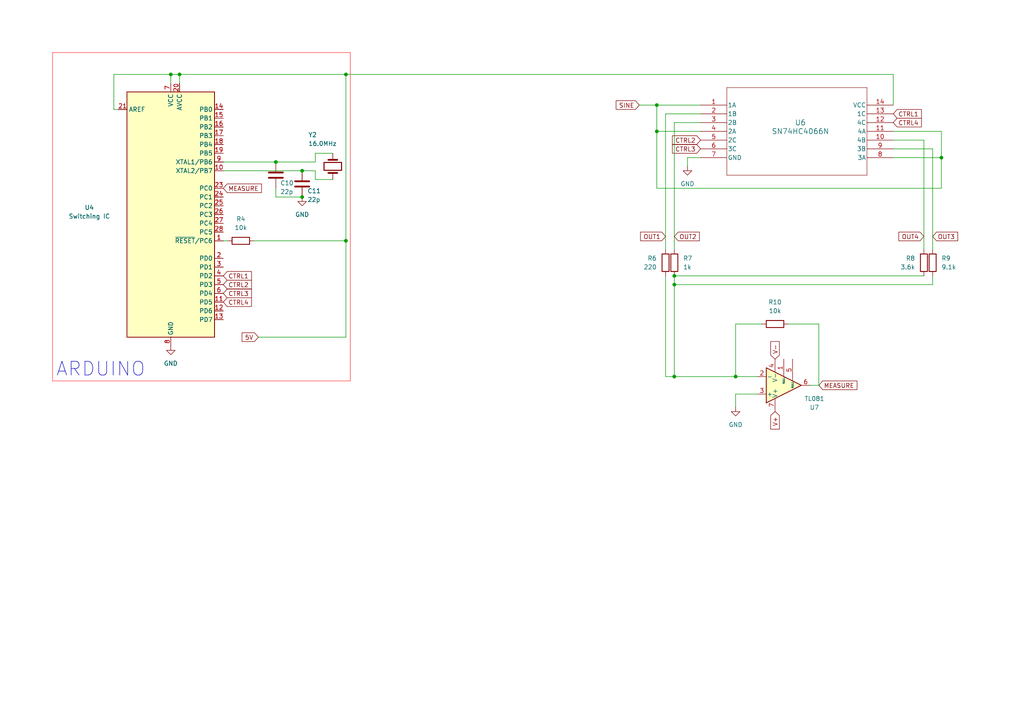
<source format=kicad_sch>
(kicad_sch (version 20250114) (generator "eeschema") (generator_version "9.0")
  (paper "A4")
  (title_block (title "Measurement & Switching") (date "2025-09-13") (rev "1"))
  (lib_symbols
    (symbol "Amplifier_Operational:TL081" (pin_names (offset 0.127))
      (property "Reference" "U" (at 0 6.35 0))
      (property "Value" "TL081" (at 0 3.81 0))
      (symbol "TL081_0_1"
        (polyline (pts (xy -5.08 5.08) (xy 5.08 0) (xy -5.08 -5.08) (xy -5.08 5.08)) (stroke (width 0.254)) (fill (type background)))
      )
      (symbol "TL081_1_1"
        (pin input line (at -7.62 2.54 0) (length 2.54) (name "+") (number "3"))
        (pin input line (at -7.62 -2.54 0) (length 2.54) (name "-") (number "2"))
        (pin power_in line (at -2.54 7.62 270) (length 3.81) (name "V+") (number "7"))
        (pin power_in line (at -2.54 -7.62 90) (length 3.81) (name "V-") (number "4"))
        (pin no_connect line (at 0 2.54 270) (length 2.54) (hide yes) (name "NC") (number "8"))
        (pin input line (at 0 -7.62 90) (length 5.08) (name "NULL") (number "1"))
        (pin input line (at 2.54 -7.62 90) (length 6.35) (name "NULL") (number "5"))
        (pin output line (at 7.62 0 180) (length 2.54) (name "~") (number "6"))
      )
    )
    (symbol "Device:C" (pin_numbers (hide yes)) (pin_names (offset 0.254))
      (property "Reference" "C" (at 0.635 2.54 0))
      (property "Value" "C" (at 0.635 -2.54 0))
      (symbol "C_0_1"
        (polyline (pts (xy -2.032 0.762) (xy 2.032 0.762)) (stroke (width 0.508)))
        (polyline (pts (xy -2.032 -0.762) (xy 2.032 -0.762)) (stroke (width 0.508)))
      )
      (symbol "C_1_1"
        (pin passive line (at 0 3.81 270) (length 2.794) (name "~") (number "1"))
        (pin passive line (at 0 -3.81 90) (length 2.794) (name "~") (number "2"))
      )
    )
    (symbol "Device:Crystal" (pin_numbers (hide yes)) (pin_names (offset 1.016) (hide yes))
      (property "Reference" "Y" (at 0 3.81 0))
      (property "Value" "Crystal" (at 0 -3.81 0))
      (symbol "Crystal_0_1"
        (polyline (pts (xy -2.54 0) (xy -1.905 0)))
        (polyline (pts (xy -1.905 -1.27) (xy -1.905 1.27)) (stroke (width 0.508)))
        (rectangle (start -1.143 2.54) (end 1.143 -2.54) (stroke (width 0.3048)))
        (polyline (pts (xy 1.905 -1.27) (xy 1.905 1.27)) (stroke (width 0.508)))
        (polyline (pts (xy 2.54 0) (xy 1.905 0)))
      )
      (symbol "Crystal_1_1"
        (pin passive line (at -3.81 0 0) (length 1.27) (name "1") (number "1"))
        (pin passive line (at 3.81 0 180) (length 1.27) (name "2") (number "2"))
      )
    )
    (symbol "Device:R" (pin_numbers (hide yes)) (pin_names (offset 0))
      (property "Reference" "R" (at 2.032 0 90))
      (property "Value" "R" (at 0 0 90))
      (symbol "R_0_1"
        (rectangle (start -1.016 -2.54) (end 1.016 2.54) (stroke (width 0.254)))
      )
      (symbol "R_1_1"
        (pin passive line (at 0 3.81 270) (length 1.27) (name "~") (number "1"))
        (pin passive line (at 0 -3.81 90) (length 1.27) (name "~") (number "2"))
      )
    )
    (symbol "MCU_Microchip_ATmega:ATmega328P-P"
      (property "Reference" "U" (at -12.7 36.83 0))
      (property "Value" "ATmega328P-P" (at 2.54 -36.83 0))
      (symbol "ATmega328P-P_0_1"
        (rectangle (start -12.7 -35.56) (end 12.7 35.56) (stroke (width 0.254)) (fill (type background)))
      )
      (symbol "ATmega328P-P_1_1"
        (pin passive line (at -15.24 30.48 0) (length 2.54) (name "AREF") (number "21"))
        (pin power_in line (at 0 38.1 270) (length 2.54) (name "VCC") (number "7"))
        (pin passive line (at 0 -38.1 90) (length 2.54) (hide yes) (name "GND") (number "22"))
        (pin power_in line (at 0 -38.1 90) (length 2.54) (name "GND") (number "8"))
        (pin power_in line (at 2.54 38.1 270) (length 2.54) (name "AVCC") (number "20"))
        (pin bidirectional line (at 15.24 30.48 180) (length 2.54) (name "PB0") (number "14"))
        (pin bidirectional line (at 15.24 27.94 180) (length 2.54) (name "PB1") (number "15"))
        (pin bidirectional line (at 15.24 25.4 180) (length 2.54) (name "PB2") (number "16"))
        (pin bidirectional line (at 15.24 22.86 180) (length 2.54) (name "PB3") (number "17"))
        (pin bidirectional line (at 15.24 20.32 180) (length 2.54) (name "PB4") (number "18"))
        (pin bidirectional line (at 15.24 17.78 180) (length 2.54) (name "PB5") (number "19"))
        (pin bidirectional line (at 15.24 15.24 180) (length 2.54) (name "XTAL1/PB6") (number "9"))
        (pin bidirectional line (at 15.24 12.7 180) (length 2.54) (name "XTAL2/PB7") (number "10"))
        (pin bidirectional line (at 15.24 7.62 180) (length 2.54) (name "PC0") (number "23"))
        (pin bidirectional line (at 15.24 5.08 180) (length 2.54) (name "PC1") (number "24"))
        (pin bidirectional line (at 15.24 2.54 180) (length 2.54) (name "PC2") (number "25"))
        (pin bidirectional line (at 15.24 0 180) (length 2.54) (name "PC3") (number "26"))
        (pin bidirectional line (at 15.24 -2.54 180) (length 2.54) (name "PC4") (number "27"))
        (pin bidirectional line (at 15.24 -5.08 180) (length 2.54) (name "PC5") (number "28"))
        (pin bidirectional line (at 15.24 -7.62 180) (length 2.54) (name "~{RESET}/PC6") (number "1"))
        (pin bidirectional line (at 15.24 -12.7 180) (length 2.54) (name "PD0") (number "2"))
        (pin bidirectional line (at 15.24 -15.24 180) (length 2.54) (name "PD1") (number "3"))
        (pin bidirectional line (at 15.24 -17.78 180) (length 2.54) (name "PD2") (number "4"))
        (pin bidirectional line (at 15.24 -20.32 180) (length 2.54) (name "PD3") (number "5"))
        (pin bidirectional line (at 15.24 -22.86 180) (length 2.54) (name "PD4") (number "6"))
        (pin bidirectional line (at 15.24 -25.4 180) (length 2.54) (name "PD5") (number "11"))
        (pin bidirectional line (at 15.24 -27.94 180) (length 2.54) (name "PD6") (number "12"))
        (pin bidirectional line (at 15.24 -30.48 180) (length 2.54) (name "PD7") (number "13"))
      )
    )
    (symbol "SN74HC4066N:SN74HC4066N" (pin_names (offset 0.254))
      (property "Reference" "U" (at 27.94 10.16 0))
      (property "Value" "SN74HC4066N" (at 27.94 7.62 0))
      (symbol "SN74HC4066N_0_1"
        (polyline (pts (xy 7.62 5.08) (xy 7.62 -20.32)) (stroke (width 0.127)))
        (polyline (pts (xy 7.62 -20.32) (xy 48.26 -20.32)) (stroke (width 0.127)))
        (polyline (pts (xy 48.26 5.08) (xy 7.62 5.08)) (stroke (width 0.127)))
        (polyline (pts (xy 48.26 -20.32) (xy 48.26 5.08)) (stroke (width 0.127)))
        (pin input line (at 0 0 0) (length 7.62) (name "1A") (number "1"))
        (pin input line (at 0 -2.54 0) (length 7.62) (name "1B") (number "2"))
        (pin input line (at 0 -5.08 0) (length 7.62) (name "2B") (number "3"))
        (pin input line (at 0 -7.62 0) (length 7.62) (name "2A") (number "4"))
        (pin input line (at 0 -10.16 0) (length 7.62) (name "2C") (number "5"))
        (pin input line (at 0 -12.7 0) (length 7.62) (name "3C") (number "6"))
        (pin power_in line (at 0 -15.24 0) (length 7.62) (name "GND") (number "7"))
        (pin power_in line (at 55.88 0 180) (length 7.62) (name "VCC") (number "14"))
        (pin input line (at 55.88 -2.54 180) (length 7.62) (name "1C") (number "13"))
        (pin input line (at 55.88 -5.08 180) (length 7.62) (name "4C") (number "12"))
        (pin input line (at 55.88 -7.62 180) (length 7.62) (name "4A") (number "11"))
        (pin input line (at 55.88 -10.16 180) (length 7.62) (name "4B") (number "10"))
        (pin input line (at 55.88 -12.7 180) (length 7.62) (name "3B") (number "9"))
        (pin input line (at 55.88 -15.24 180) (length 7.62) (name "3A") (number "8"))
      )
    )
    (symbol "power:GND" (power) (pin_numbers (hide yes)) (pin_names (offset 0) (hide yes))
      (property "Value" "GND" (at 0 -3.81 0))
      (symbol "GND_0_1"
        (polyline (pts (xy 0 0) (xy 0 -1.27) (xy 1.27 -1.27) (xy 0 -2.54) (xy -1.27 -1.27) (xy 0 -1.27)))
      )
      (symbol "GND_1_1"
        (pin power_in line (at 0 0 270) (length 0) (name "~") (number "1"))
      )
    )
  )
  (rectangle (start 15.24 15.24) (end 101.6 110.49) (stroke (width 0) (color 255 50 52 1)) (fill (type color)))
  (text "ARDUINO" (at 29.21 107.188 0) (effects (font (size 4 4))))
  (junction (at 195.58 82.55))
  (junction (at 190.5 38.1))
  (junction (at 195.58 109.22))
  (junction (at 195.58 80.01))
  (junction (at 100.33 69.85))
  (junction (at 80.01 46.99))
  (junction (at 87.63 57.15))
  (junction (at 100.33 21.59))
  (junction (at 273.05 45.72))
  (junction (at 87.63 49.53))
  (junction (at 52.07 21.59))
  (junction (at 49.53 21.59))
  (junction (at 213.36 109.22))
  (junction (at 190.5 30.48))
  (wire (pts (xy 49.53 24.13) (xy 49.53 21.59)))
  (wire (pts (xy 259.08 45.72) (xy 273.05 45.72)))
  (wire (pts (xy 270.51 82.55) (xy 195.58 82.55)))
  (wire (pts (xy 52.07 21.59) (xy 100.33 21.59)))
  (wire (pts (xy 80.01 57.15) (xy 87.63 57.15)))
  (wire (pts (xy 80.01 54.61) (xy 80.01 57.15)))
  (wire (pts (xy 33.02 21.59) (xy 49.53 21.59)))
  (wire (pts (xy 195.58 109.22) (xy 193.04 109.22)))
  (wire (pts (xy 73.66 69.85) (xy 100.33 69.85)))
  (wire (pts (xy 195.58 35.56) (xy 195.58 72.39)))
  (wire (pts (xy 213.36 109.22) (xy 213.36 93.98)))
  (wire (pts (xy 219.71 114.3) (xy 213.36 114.3)))
  (wire (pts (xy 185.42 30.48) (xy 190.5 30.48)))
  (wire (pts (xy 267.97 40.64) (xy 267.97 72.39)))
  (wire (pts (xy 100.33 21.59) (xy 259.08 21.59)))
  (wire (pts (xy 100.33 69.85) (xy 100.33 97.79)))
  (wire (pts (xy 64.77 49.53) (xy 87.63 49.53)))
  (wire (pts (xy 49.53 21.59) (xy 52.07 21.59)))
  (wire (pts (xy 270.51 43.18) (xy 270.51 72.39)))
  (wire (pts (xy 91.44 44.45) (xy 96.52 44.45)))
  (wire (pts (xy 259.08 38.1) (xy 273.05 38.1)))
  (wire (pts (xy 52.07 21.59) (xy 52.07 24.13)))
  (wire (pts (xy 80.01 46.99) (xy 91.44 46.99)))
  (wire (pts (xy 33.02 31.75) (xy 34.29 31.75)))
  (wire (pts (xy 199.39 45.72) (xy 199.39 48.26)))
  (wire (pts (xy 273.05 45.72) (xy 273.05 38.1)))
  (wire (pts (xy 91.44 49.53) (xy 91.44 52.07)))
  (wire (pts (xy 190.5 38.1) (xy 203.2 38.1)))
  (wire (pts (xy 91.44 52.07) (xy 96.52 52.07)))
  (wire (pts (xy 193.04 33.02) (xy 193.04 72.39)))
  (wire (pts (xy 190.5 38.1) (xy 190.5 54.61)))
  (wire (pts (xy 193.04 109.22) (xy 193.04 80.01)))
  (wire (pts (xy 87.63 49.53) (xy 91.44 49.53)))
  (wire (pts (xy 259.08 43.18) (xy 270.51 43.18)))
  (wire (pts (xy 237.49 111.76) (xy 234.95 111.76)))
  (wire (pts (xy 195.58 80.01) (xy 195.58 82.55)))
  (wire (pts (xy 237.49 93.98) (xy 237.49 111.76)))
  (wire (pts (xy 273.05 54.61) (xy 273.05 45.72)))
  (wire (pts (xy 213.36 109.22) (xy 195.58 109.22)))
  (wire (pts (xy 33.02 31.75) (xy 33.02 21.59)))
  (wire (pts (xy 195.58 80.01) (xy 267.97 80.01)))
  (wire (pts (xy 228.6 93.98) (xy 237.49 93.98)))
  (wire (pts (xy 259.08 21.59) (xy 259.08 30.48)))
  (wire (pts (xy 64.77 69.85) (xy 66.04 69.85)))
  (wire (pts (xy 190.5 54.61) (xy 273.05 54.61)))
  (wire (pts (xy 259.08 40.64) (xy 267.97 40.64)))
  (wire (pts (xy 91.44 44.45) (xy 91.44 46.99)))
  (wire (pts (xy 190.5 30.48) (xy 190.5 38.1)))
  (wire (pts (xy 203.2 35.56) (xy 195.58 35.56)))
  (wire (pts (xy 190.5 30.48) (xy 203.2 30.48)))
  (wire (pts (xy 100.33 21.59) (xy 100.33 69.85)))
  (wire (pts (xy 213.36 114.3) (xy 213.36 118.11)))
  (wire (pts (xy 199.39 45.72) (xy 203.2 45.72)))
  (wire (pts (xy 203.2 33.02) (xy 193.04 33.02)))
  (wire (pts (xy 219.71 109.22) (xy 213.36 109.22)))
  (wire (pts (xy 213.36 93.98) (xy 220.98 93.98)))
  (wire (pts (xy 195.58 82.55) (xy 195.58 109.22)))
  (wire (pts (xy 270.51 80.01) (xy 270.51 82.55)))
  (wire (pts (xy 74.93 97.79) (xy 100.33 97.79)))
  (wire (pts (xy 64.77 46.99) (xy 80.01 46.99)))
  (global_label "MEASURE" (shape input) (at 64.77 54.61 0) (property "Intersheetrefs" "${INTERSHEET_REFS}" (effects (hide yes))))
  (global_label "V-" (shape input) (at 224.79 104.14 90) (property "Intersheetrefs" "${INTERSHEET_REFS}" (effects (hide yes))))
  (global_label "CTRL4" (shape input) (at 259.08 35.56 0) (property "Intersheetrefs" "${INTERSHEET_REFS}" (effects (hide yes))))
  (global_label "CTRL3" (shape input) (at 203.2 43.18 180) (property "Intersheetrefs" "${INTERSHEET_REFS}" (effects (hide yes))))
  (global_label "5V" (shape input) (at 74.93 97.79 180) (property "Intersheetrefs" "${INTERSHEET_REFS}" (effects (hide yes))))
  (global_label "OUT3" (shape input) (at 270.51 68.58 0) (property "Intersheetrefs" "${INTERSHEET_REFS}" (effects (hide yes))))
  (global_label "MEASURE" (shape input) (at 237.49 111.76 0) (property "Intersheetrefs" "${INTERSHEET_REFS}" (effects (hide yes))))
  (global_label "CTRL4" (shape input) (at 64.77 87.63 0) (property "Intersheetrefs" "${INTERSHEET_REFS}" (effects (hide yes))))
  (global_label "CTRL3" (shape input) (at 64.77 85.09 0) (property "Intersheetrefs" "${INTERSHEET_REFS}" (effects (hide yes))))
  (global_label "SINE" (shape input) (at 185.42 30.48 180) (property "Intersheetrefs" "${INTERSHEET_REFS}" (effects (hide yes))))
  (global_label "CTRL1" (shape input) (at 64.77 80.01 0) (property "Intersheetrefs" "${INTERSHEET_REFS}" (effects (hide yes))))
  (global_label "V+" (shape input) (at 224.79 119.38 270) (property "Intersheetrefs" "${INTERSHEET_REFS}" (effects (hide yes))))
  (global_label "OUT1" (shape input) (at 193.04 68.58 180) (property "Intersheetrefs" "${INTERSHEET_REFS}" (effects (hide yes))))
  (global_label "CTRL1" (shape input) (at 259.08 33.02 0) (property "Intersheetrefs" "${INTERSHEET_REFS}" (effects (hide yes))))
  (global_label "CTRL2" (shape input) (at 64.77 82.55 0) (property "Intersheetrefs" "${INTERSHEET_REFS}" (effects (hide yes))))
  (global_label "CTRL2" (shape input) (at 203.2 40.64 180) (property "Intersheetrefs" "${INTERSHEET_REFS}" (effects (hide yes))))
  (global_label "OUT2" (shape input) (at 195.58 68.58 0) (property "Intersheetrefs" "${INTERSHEET_REFS}" (effects (hide yes))))
  (global_label "OUT4" (shape input) (at 267.97 68.58 180) (property "Intersheetrefs" "${INTERSHEET_REFS}" (effects (hide yes))))
  (symbol (lib_id "Device:R") (at 267.97 76.2 0) (mirror y) (unit 1)
    (property "Reference" "R8" (at 265.43 74.9299 0) (effects (justify left)))
    (property "Value" "3.6k" (at 265.43 77.4699 0) (effects (justify left)))
    (property "Description" "Resistor" (effects (hide yes)))
  )
  (symbol (lib_id "Amplifier_Operational:TL081") (at 227.33 111.76 0) (mirror x) (unit 1)
    (property "Reference" "U7" (at 236.22 118.1802 0))
    (property "Value" "TL081" (at 236.22 115.6402 0))
    (property "Datasheet" "http://www.ti.com/lit/ds/symlink/tl081.pdf" (effects (hide yes)))
    (property "Description" "Single JFET-Input Operational Amplifiers, DIP-8/SOIC-8" (effects (hide yes)))
  )
  (symbol (lib_id "power:GND") (at 87.63 57.15 0) (unit 1)
    (property "Reference" "#PWR08" (effects (hide yes)))
    (property "Value" "GND" (at 87.63 62.23 0))
    (property "Description" "Power symbol creates a global label with name \"GND\" , ground" (effects (hide yes)))
  )
  (symbol (lib_id "MCU_Microchip_ATmega:ATmega328P-P") (at 49.53 62.23 0) (unit 1)
    (property "Reference" "U4" (at 25.908 60.198 0))
    (property "Value" "Switching IC" (at 25.908 62.738 0))
    (property "Footprint" "Package_DIP:DIP-28_W7.62mm" (effects (hide yes)))
    (property "Datasheet" "http://ww1.microchip.com/downloads/en/DeviceDoc/ATmega328_P%20AVR%20MCU%20with%20picoPower%20Technology%20Data%20Sheet%2040001984A.pdf" (effects (hide yes)))
    (property "Description" "20MHz, 32kB Flash, 2kB SRAM, 1kB EEPROM, DIP-28" (effects (hide yes)))
  )
  (symbol (lib_id "power:GND") (at 199.39 48.26 0) (unit 1)
    (property "Reference" "#PWR010" (effects (hide yes)))
    (property "Value" "GND" (at 199.39 53.34 0))
    (property "Description" "Power symbol creates a global label with name \"GND\" , ground" (effects (hide yes)))
  )
  (symbol (lib_id "Device:Crystal") (at 96.52 48.26 90) (unit 1)
    (property "Reference" "Y2" (at 89.408 39.116 90) (effects (justify right)))
    (property "Value" "16.0MHz" (at 89.408 41.656 90) (effects (justify right)))
    (property "Description" "Two pin crystal" (effects (hide yes)))
  )
  (symbol (lib_id "SN74HC4066N:SN74HC4066N") (at 203.2 30.48 0) (unit 1)
    (property "Reference" "U6" (at 232.156 35.56 0) (effects (font (size 1.524 1.524))))
    (property "Value" "SN74HC4066N" (at 232.156 38.1 0) (effects (font (size 1.524 1.524))))
    (property "Footprint" "N14" (effects (hide yes)))
    (property "Datasheet" "https://www.ti.com/lit/gpn/sn74hc4066" (effects (hide yes)))
  )
  (symbol (lib_id "power:GND") (at 213.36 118.11 0) (unit 1)
    (property "Reference" "#PWR09" (effects (hide yes)))
    (property "Value" "GND" (at 213.36 123.19 0))
    (property "Description" "Power symbol creates a global label with name \"GND\" , ground" (effects (hide yes)))
  )
  (symbol (lib_id "Device:C") (at 80.01 50.8 0) (unit 1)
    (property "Reference" "C10" (at 81.28 53.086 0) (effects (justify left)))
    (property "Value" "22p" (at 81.28 55.626 0) (effects (justify left)))
    (property "Description" "Unpolarized capacitor" (effects (hide yes)))
  )
  (symbol (lib_id "Device:R") (at 69.85 69.85 90) (unit 1)
    (property "Reference" "R4" (at 69.85 63.5 90))
    (property "Value" "10k" (at 69.85 66.04 90))
    (property "Description" "Resistor" (effects (hide yes)))
  )
  (symbol (lib_id "Device:C") (at 87.63 53.34 0) (unit 1)
    (property "Reference" "C11" (at 89.154 55.372 0) (effects (justify left)))
    (property "Value" "22p" (at 89.154 57.912 0) (effects (justify left)))
    (property "Description" "Unpolarized capacitor" (effects (hide yes)))
  )
  (symbol (lib_id "power:GND") (at 49.53 100.33 0) (unit 1)
    (property "Reference" "#PWR07" (effects (hide yes)))
    (property "Value" "GND" (at 49.53 105.41 0))
    (property "Description" "Power symbol creates a global label with name \"GND\" , ground" (effects (hide yes)))
  )
  (symbol (lib_id "Device:R") (at 193.04 76.2 0) (mirror y) (unit 1)
    (property "Reference" "R6" (at 190.5 74.9299 0) (effects (justify left)))
    (property "Value" "220" (at 190.5 77.4699 0) (effects (justify left)))
    (property "Description" "Resistor" (effects (hide yes)))
  )
  (symbol (lib_id "Device:R") (at 224.79 93.98 90) (unit 1)
    (property "Reference" "R10" (at 224.79 87.63 90))
    (property "Value" "10k" (at 224.79 90.17 90))
    (property "Description" "Resistor" (effects (hide yes)))
  )
  (symbol (lib_id "Device:R") (at 270.51 76.2 0) (unit 1)
    (property "Reference" "R9" (at 273.05 74.9299 0) (effects (justify left)))
    (property "Value" "9.1k" (at 273.05 77.4699 0) (effects (justify left)))
    (property "Description" "Resistor" (effects (hide yes)))
  )
  (symbol (lib_id "Device:R") (at 195.58 76.2 0) (unit 1)
    (property "Reference" "R7" (at 198.12 74.9299 0) (effects (justify left)))
    (property "Value" "1k" (at 198.12 77.4699 0) (effects (justify left)))
    (property "Description" "Resistor" (effects (hide yes)))
  )
)
</source>
